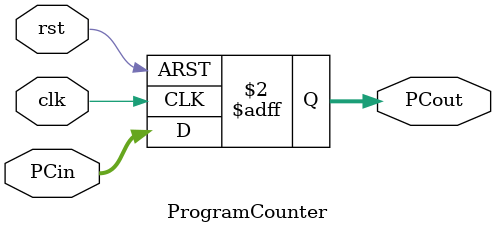
<source format=sv>
`timescale 1ns / 1ps


module ProgramCounter(
                      input  logic        clk,
                      input  logic        rst,
                      input  logic [31:0] PCin, 
                      output logic [31:0] PCout
  );
  
always_ff @(posedge clk or posedge rst) begin
    if(rst) begin
    PCout <= 32'd0;
    end else begin
    PCout <= PCin;
    end
end

endmodule

</source>
